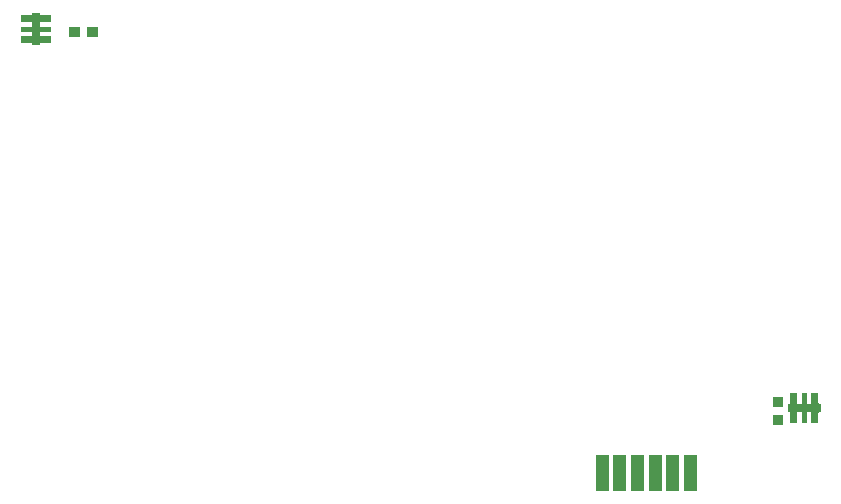
<source format=gbr>
G04 #@! TF.GenerationSoftware,KiCad,Pcbnew,(5.1.5)-3*
G04 #@! TF.CreationDate,2021-01-14T21:29:06-05:00*
G04 #@! TF.ProjectId,Wing,57696e67-2e6b-4696-9361-645f70636258,rev?*
G04 #@! TF.SameCoordinates,Original*
G04 #@! TF.FileFunction,Soldermask,Bot*
G04 #@! TF.FilePolarity,Negative*
%FSLAX46Y46*%
G04 Gerber Fmt 4.6, Leading zero omitted, Abs format (unit mm)*
G04 Created by KiCad (PCBNEW (5.1.5)-3) date 2021-01-14 21:29:06*
%MOMM*%
%LPD*%
G04 APERTURE LIST*
%ADD10C,0.100000*%
G04 APERTURE END LIST*
D10*
G36*
X161751000Y-99601000D02*
G01*
X160649000Y-99601000D01*
X160649000Y-96499000D01*
X161751000Y-96499000D01*
X161751000Y-99601000D01*
G37*
G36*
X163251000Y-99601000D02*
G01*
X162149000Y-99601000D01*
X162149000Y-96499000D01*
X163251000Y-96499000D01*
X163251000Y-99601000D01*
G37*
G36*
X158751000Y-99601000D02*
G01*
X157649000Y-99601000D01*
X157649000Y-96499000D01*
X158751000Y-96499000D01*
X158751000Y-99601000D01*
G37*
G36*
X160251000Y-99601000D02*
G01*
X159149000Y-99601000D01*
X159149000Y-96499000D01*
X160251000Y-96499000D01*
X160251000Y-99601000D01*
G37*
G36*
X157251000Y-99601000D02*
G01*
X156149000Y-99601000D01*
X156149000Y-96499000D01*
X157251000Y-96499000D01*
X157251000Y-99601000D01*
G37*
G36*
X155751000Y-99601000D02*
G01*
X154649000Y-99601000D01*
X154649000Y-96499000D01*
X155751000Y-96499000D01*
X155751000Y-99601000D01*
G37*
G36*
X170498649Y-93991452D02*
G01*
X169646649Y-93991452D01*
X169646649Y-93089452D01*
X170498649Y-93089452D01*
X170498649Y-93991452D01*
G37*
G36*
X171723649Y-92114453D02*
G01*
X171726051Y-92138839D01*
X171733164Y-92162288D01*
X171744715Y-92183899D01*
X171760260Y-92202841D01*
X171779202Y-92218386D01*
X171800813Y-92229937D01*
X171824262Y-92237050D01*
X171848648Y-92239452D01*
X171996650Y-92239452D01*
X172021036Y-92237050D01*
X172044485Y-92229937D01*
X172066096Y-92218386D01*
X172085038Y-92202841D01*
X172100583Y-92183899D01*
X172112134Y-92162288D01*
X172119247Y-92138839D01*
X172121649Y-92114453D01*
X172121649Y-91239452D01*
X172523649Y-91239452D01*
X172523649Y-92114453D01*
X172526051Y-92138839D01*
X172533164Y-92162288D01*
X172544715Y-92183899D01*
X172560260Y-92202841D01*
X172579202Y-92218386D01*
X172600813Y-92229937D01*
X172624262Y-92237050D01*
X172648648Y-92239452D01*
X172796650Y-92239452D01*
X172821036Y-92237050D01*
X172844485Y-92229937D01*
X172866096Y-92218386D01*
X172885038Y-92202841D01*
X172900583Y-92183899D01*
X172912134Y-92162288D01*
X172919247Y-92138839D01*
X172921649Y-92114453D01*
X172921649Y-91239452D01*
X173523649Y-91239452D01*
X173523649Y-92114453D01*
X173526051Y-92138839D01*
X173533164Y-92162288D01*
X173544715Y-92183899D01*
X173560260Y-92202841D01*
X173579202Y-92218386D01*
X173600813Y-92229937D01*
X173624262Y-92237050D01*
X173648648Y-92239452D01*
X173703649Y-92239452D01*
X173703649Y-92841452D01*
X173648648Y-92841452D01*
X173624262Y-92843854D01*
X173600813Y-92850967D01*
X173579202Y-92862518D01*
X173560260Y-92878063D01*
X173544715Y-92897005D01*
X173533164Y-92918616D01*
X173526051Y-92942065D01*
X173523649Y-92966451D01*
X173523649Y-93841452D01*
X172921649Y-93841452D01*
X172921649Y-92966451D01*
X172919247Y-92942065D01*
X172912134Y-92918616D01*
X172900583Y-92897005D01*
X172885038Y-92878063D01*
X172866096Y-92862518D01*
X172844485Y-92850967D01*
X172821036Y-92843854D01*
X172796650Y-92841452D01*
X172648648Y-92841452D01*
X172624262Y-92843854D01*
X172600813Y-92850967D01*
X172579202Y-92862518D01*
X172560260Y-92878063D01*
X172544715Y-92897005D01*
X172533164Y-92918616D01*
X172526051Y-92942065D01*
X172523649Y-92966451D01*
X172523649Y-93841452D01*
X172121649Y-93841452D01*
X172121649Y-92966451D01*
X172119247Y-92942065D01*
X172112134Y-92918616D01*
X172100583Y-92897005D01*
X172085038Y-92878063D01*
X172066096Y-92862518D01*
X172044485Y-92850967D01*
X172021036Y-92843854D01*
X171996650Y-92841452D01*
X171848648Y-92841452D01*
X171824262Y-92843854D01*
X171800813Y-92850967D01*
X171779202Y-92862518D01*
X171760260Y-92878063D01*
X171744715Y-92897005D01*
X171733164Y-92918616D01*
X171726051Y-92942065D01*
X171723649Y-92966451D01*
X171723649Y-93841452D01*
X171121649Y-93841452D01*
X171121649Y-92966451D01*
X171119247Y-92942065D01*
X171112134Y-92918616D01*
X171100583Y-92897005D01*
X171085038Y-92878063D01*
X171066096Y-92862518D01*
X171044485Y-92850967D01*
X171021036Y-92843854D01*
X170996650Y-92841452D01*
X170941649Y-92841452D01*
X170941649Y-92239452D01*
X170996650Y-92239452D01*
X171021036Y-92237050D01*
X171044485Y-92229937D01*
X171066096Y-92218386D01*
X171085038Y-92202841D01*
X171100583Y-92183899D01*
X171112134Y-92162288D01*
X171119247Y-92138839D01*
X171121649Y-92114453D01*
X171121649Y-91239452D01*
X171723649Y-91239452D01*
X171723649Y-92114453D01*
G37*
G36*
X170498649Y-92491452D02*
G01*
X169646649Y-92491452D01*
X169646649Y-91589452D01*
X170498649Y-91589452D01*
X170498649Y-92491452D01*
G37*
G36*
X107573649Y-59139453D02*
G01*
X107576051Y-59163839D01*
X107583164Y-59187288D01*
X107594715Y-59208899D01*
X107610260Y-59227841D01*
X107629202Y-59243386D01*
X107650813Y-59254937D01*
X107674262Y-59262050D01*
X107698648Y-59264452D01*
X108573649Y-59264452D01*
X108573649Y-59866452D01*
X107698648Y-59866452D01*
X107674262Y-59868854D01*
X107650813Y-59875967D01*
X107629202Y-59887518D01*
X107610260Y-59903063D01*
X107594715Y-59922005D01*
X107583164Y-59943616D01*
X107576051Y-59967065D01*
X107573649Y-59991451D01*
X107573649Y-60139453D01*
X107576051Y-60163839D01*
X107583164Y-60187288D01*
X107594715Y-60208899D01*
X107610260Y-60227841D01*
X107629202Y-60243386D01*
X107650813Y-60254937D01*
X107674262Y-60262050D01*
X107698648Y-60264452D01*
X108573649Y-60264452D01*
X108573649Y-60666452D01*
X107698648Y-60666452D01*
X107674262Y-60668854D01*
X107650813Y-60675967D01*
X107629202Y-60687518D01*
X107610260Y-60703063D01*
X107594715Y-60722005D01*
X107583164Y-60743616D01*
X107576051Y-60767065D01*
X107573649Y-60791451D01*
X107573649Y-60939453D01*
X107576051Y-60963839D01*
X107583164Y-60987288D01*
X107594715Y-61008899D01*
X107610260Y-61027841D01*
X107629202Y-61043386D01*
X107650813Y-61054937D01*
X107674262Y-61062050D01*
X107698648Y-61064452D01*
X108573649Y-61064452D01*
X108573649Y-61666452D01*
X107698648Y-61666452D01*
X107674262Y-61668854D01*
X107650813Y-61675967D01*
X107629202Y-61687518D01*
X107610260Y-61703063D01*
X107594715Y-61722005D01*
X107583164Y-61743616D01*
X107576051Y-61767065D01*
X107573649Y-61791451D01*
X107573649Y-61846452D01*
X106971649Y-61846452D01*
X106971649Y-61791451D01*
X106969247Y-61767065D01*
X106962134Y-61743616D01*
X106950583Y-61722005D01*
X106935038Y-61703063D01*
X106916096Y-61687518D01*
X106894485Y-61675967D01*
X106871036Y-61668854D01*
X106846650Y-61666452D01*
X105971649Y-61666452D01*
X105971649Y-61064452D01*
X106846650Y-61064452D01*
X106871036Y-61062050D01*
X106894485Y-61054937D01*
X106916096Y-61043386D01*
X106935038Y-61027841D01*
X106950583Y-61008899D01*
X106962134Y-60987288D01*
X106969247Y-60963839D01*
X106971649Y-60939453D01*
X106971649Y-60791451D01*
X106969247Y-60767065D01*
X106962134Y-60743616D01*
X106950583Y-60722005D01*
X106935038Y-60703063D01*
X106916096Y-60687518D01*
X106894485Y-60675967D01*
X106871036Y-60668854D01*
X106846650Y-60666452D01*
X105971649Y-60666452D01*
X105971649Y-60264452D01*
X106846650Y-60264452D01*
X106871036Y-60262050D01*
X106894485Y-60254937D01*
X106916096Y-60243386D01*
X106935038Y-60227841D01*
X106950583Y-60208899D01*
X106962134Y-60187288D01*
X106969247Y-60163839D01*
X106971649Y-60139453D01*
X106971649Y-59991451D01*
X106969247Y-59967065D01*
X106962134Y-59943616D01*
X106950583Y-59922005D01*
X106935038Y-59903063D01*
X106916096Y-59887518D01*
X106894485Y-59875967D01*
X106871036Y-59868854D01*
X106846650Y-59866452D01*
X105971649Y-59866452D01*
X105971649Y-59264452D01*
X106846650Y-59264452D01*
X106871036Y-59262050D01*
X106894485Y-59254937D01*
X106916096Y-59243386D01*
X106935038Y-59227841D01*
X106950583Y-59208899D01*
X106962134Y-59187288D01*
X106969247Y-59163839D01*
X106971649Y-59139453D01*
X106971649Y-59084452D01*
X107573649Y-59084452D01*
X107573649Y-59139453D01*
G37*
G36*
X112498649Y-61091452D02*
G01*
X111596649Y-61091452D01*
X111596649Y-60239452D01*
X112498649Y-60239452D01*
X112498649Y-61091452D01*
G37*
G36*
X110998649Y-61091452D02*
G01*
X110096649Y-61091452D01*
X110096649Y-60239452D01*
X110998649Y-60239452D01*
X110998649Y-61091452D01*
G37*
M02*

</source>
